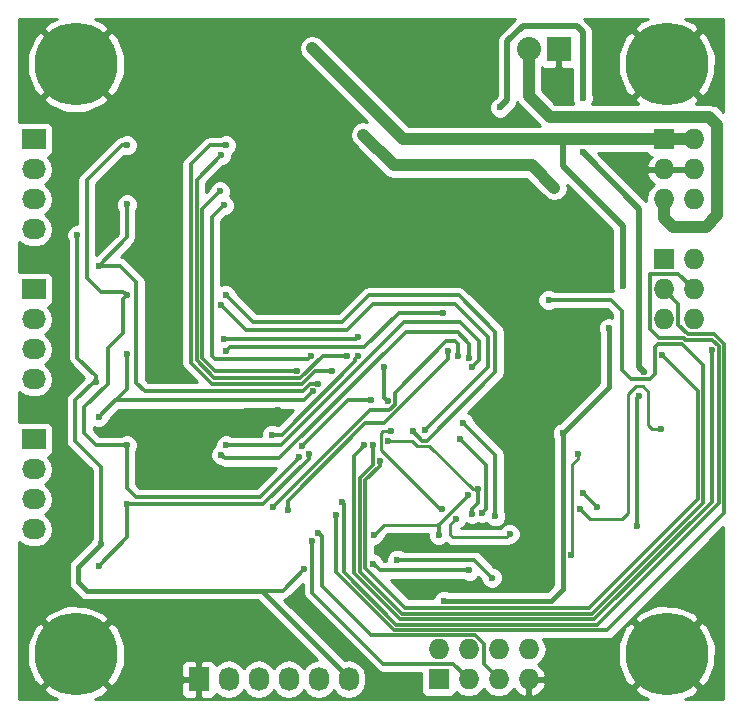
<source format=gbl>
G04 #@! TF.FileFunction,Copper,L2,Bot,Signal*
%FSLAX46Y46*%
G04 Gerber Fmt 4.6, Leading zero omitted, Abs format (unit mm)*
G04 Created by KiCad (PCBNEW (2015-05-11 BZR 5650)-product) date sön 19 jul 2015 04:52:52*
%MOMM*%
G01*
G04 APERTURE LIST*
%ADD10C,0.200000*%
%ADD11R,1.727200X2.032000*%
%ADD12O,1.727200X2.032000*%
%ADD13R,2.032000X2.032000*%
%ADD14O,2.032000X2.032000*%
%ADD15R,2.032000X1.727200*%
%ADD16O,2.032000X1.727200*%
%ADD17R,1.727200X1.727200*%
%ADD18O,1.727200X1.727200*%
%ADD19C,7.000000*%
%ADD20C,0.600000*%
%ADD21C,1.000000*%
%ADD22C,0.300000*%
%ADD23C,0.500000*%
%ADD24C,0.400000*%
%ADD25C,0.250000*%
%ADD26C,0.254000*%
G04 APERTURE END LIST*
D10*
D11*
X102870000Y-134620000D03*
D12*
X105410000Y-134620000D03*
X107950000Y-134620000D03*
X110490000Y-134620000D03*
X113030000Y-134620000D03*
X115570000Y-134620000D03*
D13*
X133350000Y-81280000D03*
D14*
X130810000Y-81280000D03*
D15*
X88900000Y-88900000D03*
D16*
X88900000Y-91440000D03*
X88900000Y-93980000D03*
X88900000Y-96520000D03*
D15*
X88900000Y-101600000D03*
D16*
X88900000Y-104140000D03*
X88900000Y-106680000D03*
X88900000Y-109220000D03*
D15*
X88900000Y-114300000D03*
D16*
X88900000Y-116840000D03*
X88900000Y-119380000D03*
X88900000Y-121920000D03*
D17*
X142240000Y-99060000D03*
D18*
X144780000Y-99060000D03*
X142240000Y-101600000D03*
X144780000Y-101600000D03*
X142240000Y-104140000D03*
X144780000Y-104140000D03*
D17*
X142240000Y-88900000D03*
D18*
X144780000Y-88900000D03*
X142240000Y-91440000D03*
X144780000Y-91440000D03*
X142240000Y-93980000D03*
X144780000Y-93980000D03*
D17*
X123190000Y-134620000D03*
D18*
X123190000Y-132080000D03*
X125730000Y-134620000D03*
X125730000Y-132080000D03*
X128270000Y-134620000D03*
X128270000Y-132080000D03*
X130810000Y-134620000D03*
X130810000Y-132080000D03*
D19*
X92500000Y-82500000D03*
X142500000Y-82500000D03*
X142500000Y-132500000D03*
X92500000Y-132500000D03*
D20*
X101200000Y-118000000D03*
X100400000Y-118000000D03*
X100000000Y-117200000D03*
X100800000Y-117200000D03*
X101600000Y-117200000D03*
X101600000Y-116200000D03*
X100800000Y-116200000D03*
X100000000Y-116200000D03*
X100600000Y-104600000D03*
X100600000Y-105600000D03*
X100600000Y-103800000D03*
X99800000Y-106000000D03*
X99800000Y-105200000D03*
X99800000Y-104200000D03*
X99800000Y-103400000D03*
X100600000Y-92800000D03*
X100600000Y-92000000D03*
X100600000Y-91200000D03*
X99800000Y-92400000D03*
X99800000Y-91600000D03*
X99800000Y-90800000D03*
X99800000Y-93200000D03*
X106400000Y-112200000D03*
X109600000Y-111800000D03*
X138800000Y-101300000D03*
X123645734Y-127949970D03*
X111800000Y-125300000D03*
X137600000Y-104900000D03*
X133700000Y-113800000D03*
X112500000Y-81200000D03*
X92600000Y-97000000D03*
X94200000Y-109400000D03*
X94600000Y-123200000D03*
X113017338Y-109574696D03*
X94400000Y-99600000D03*
X96800000Y-94400000D03*
X112593399Y-110193399D03*
X94400000Y-112400000D03*
X96800000Y-107100000D03*
X112200000Y-115499979D03*
X94400000Y-125000000D03*
X96800000Y-119800000D03*
X110410086Y-120258642D03*
X124000000Y-106800000D03*
X126000000Y-108200000D03*
X105200000Y-114800000D03*
X125800000Y-107400000D03*
X104800000Y-115600000D03*
X115400000Y-107200000D03*
X104800000Y-90200000D03*
X112400000Y-107200000D03*
X105016865Y-94492550D03*
X114154648Y-108491254D03*
X105200000Y-89400000D03*
X111200020Y-108489926D03*
X104694331Y-93293523D03*
X111400020Y-115829856D03*
X96800000Y-114800000D03*
X96800000Y-102100000D03*
X96800000Y-89400000D03*
X121000020Y-113600000D03*
X105200000Y-102100000D03*
X122081757Y-113518242D03*
X104800000Y-102900000D03*
X124800000Y-107200000D03*
X109200000Y-120000000D03*
X123600000Y-103600000D03*
X105200000Y-106800000D03*
X118868326Y-111063320D03*
X118600000Y-108200000D03*
X116400000Y-105600000D03*
X105000000Y-105800000D03*
X134400000Y-124100000D03*
X135000000Y-115500000D03*
X140600000Y-108599980D03*
X135400000Y-90000000D03*
X135400000Y-85400000D03*
X128400000Y-86200000D03*
X140200000Y-110600000D03*
X140000000Y-121600000D03*
X142000000Y-113400000D03*
X135200000Y-120200000D03*
X117700000Y-122400000D03*
X123199980Y-122400000D03*
X125700000Y-119000000D03*
X124700000Y-121000000D03*
X129200000Y-122300000D03*
X123500000Y-120200000D03*
X119200000Y-113600000D03*
X126000000Y-120600000D03*
X118900000Y-114400000D03*
X126500000Y-118500000D03*
X135400000Y-118800000D03*
X136600000Y-120000000D03*
X116800000Y-88500000D03*
X133000000Y-93000000D03*
X125300000Y-112900000D03*
X128000000Y-120800000D03*
X114500000Y-120700000D03*
X114999980Y-119600000D03*
X116900000Y-114799994D03*
X146300000Y-106700000D03*
X118200021Y-116100000D03*
X142100020Y-107171616D03*
X125000000Y-114300000D03*
X126900000Y-120500000D03*
X112483153Y-122920564D03*
X117650030Y-124829864D03*
X125800000Y-125400000D03*
X111600000Y-114900000D03*
X117500000Y-111000000D03*
X113000000Y-122200000D03*
X127700000Y-126000000D03*
X119700000Y-124500000D03*
X109100000Y-113900000D03*
X116400000Y-107200000D03*
X117650013Y-114800000D03*
X132500000Y-102500000D03*
D21*
X132600000Y-87000000D02*
X130810000Y-85210000D01*
X130810000Y-85210000D02*
X130810000Y-81280000D01*
X146100000Y-87000000D02*
X132600000Y-87000000D01*
X146800000Y-87700000D02*
X146100000Y-87000000D01*
X146800000Y-95300000D02*
X146800000Y-87700000D01*
X145800000Y-96300000D02*
X146800000Y-95300000D01*
X143000000Y-96300000D02*
X145800000Y-96300000D01*
X142240000Y-95540000D02*
X143000000Y-96300000D01*
X142240000Y-93980000D02*
X142240000Y-95540000D01*
D22*
X100800000Y-117200000D02*
X100800000Y-117600000D01*
X100800000Y-117600000D02*
X101200000Y-118000000D01*
X100000000Y-117200000D02*
X100000000Y-117600000D01*
X100000000Y-117600000D02*
X100400000Y-118000000D01*
X100000000Y-116200000D02*
X100000000Y-117200000D01*
X100800000Y-116200000D02*
X100800000Y-117200000D01*
X101600000Y-116200000D02*
X101600000Y-117200000D01*
X100800000Y-116200000D02*
X101600000Y-116200000D01*
X100000000Y-116200000D02*
X100800000Y-116200000D01*
X100600000Y-117000000D02*
X100600000Y-116800000D01*
X100600000Y-116800000D02*
X100000000Y-116200000D01*
X100600000Y-103800000D02*
X100600000Y-104600000D01*
X99800000Y-105200000D02*
X100200000Y-105200000D01*
X100200000Y-105200000D02*
X100600000Y-105600000D01*
X99800000Y-103400000D02*
X100200000Y-103400000D01*
X100200000Y-103400000D02*
X100600000Y-103800000D01*
X99800000Y-105200000D02*
X99800000Y-106000000D01*
X99800000Y-104200000D02*
X99800000Y-105200000D01*
X99800000Y-103400000D02*
X99800000Y-104200000D01*
X100800000Y-104600000D02*
X100800000Y-104400000D01*
X100800000Y-104400000D02*
X99800000Y-103400000D01*
X100600000Y-92000000D02*
X100600000Y-92800000D01*
X100600000Y-91200000D02*
X100600000Y-92000000D01*
X99800000Y-90800000D02*
X100200000Y-90800000D01*
X100200000Y-90800000D02*
X100600000Y-91200000D01*
X99800000Y-93200000D02*
X99800000Y-92400000D01*
X99800000Y-90800000D02*
X99800000Y-91600000D01*
X99800000Y-90800000D02*
X99800000Y-93200000D01*
X109175736Y-111800000D02*
X106800000Y-111800000D01*
X106800000Y-111800000D02*
X106400000Y-112200000D01*
X109600000Y-111800000D02*
X109175736Y-111800000D01*
D23*
X138800000Y-100875736D02*
X138800000Y-101300000D01*
X138800000Y-96200000D02*
X138800000Y-100875736D01*
X133732065Y-91132065D02*
X138800000Y-96200000D01*
X133732065Y-88900000D02*
X133732065Y-91132065D01*
D24*
X133700000Y-113800000D02*
X133700000Y-126943490D01*
X124069998Y-127949970D02*
X123645734Y-127949970D01*
X133700000Y-126943490D02*
X132693520Y-127949970D01*
X132693520Y-127949970D02*
X124069998Y-127949970D01*
D22*
X111800000Y-125300000D02*
X110000000Y-127100000D01*
X110000000Y-127100000D02*
X108202400Y-127100000D01*
D24*
X92700000Y-126400000D02*
X92700000Y-125100000D01*
X92700000Y-125100000D02*
X94600000Y-123200000D01*
X93400000Y-127100000D02*
X92700000Y-126400000D01*
X108202400Y-127100000D02*
X93400000Y-127100000D01*
X115570000Y-134620000D02*
X115570000Y-134467600D01*
X115570000Y-134467600D02*
X108202400Y-127100000D01*
X133700000Y-113800000D02*
X137600000Y-109900000D01*
X137600000Y-109900000D02*
X137600000Y-104900000D01*
D21*
X133732065Y-88900000D02*
X142240000Y-88900000D01*
X120200000Y-88900000D02*
X133732065Y-88900000D01*
X142240000Y-88900000D02*
X144780000Y-88900000D01*
X112500000Y-81200000D02*
X120200000Y-88900000D01*
D22*
X92600000Y-107375736D02*
X92600000Y-97000000D01*
X94200000Y-109400000D02*
X94200000Y-108975736D01*
X94200000Y-108975736D02*
X92600000Y-107375736D01*
X92400000Y-111000000D02*
X94000000Y-109400000D01*
X94000000Y-109400000D02*
X94200000Y-109400000D01*
X92400000Y-114400000D02*
X92400000Y-111000000D01*
X94600000Y-116600000D02*
X92400000Y-114400000D01*
X94600000Y-123200000D02*
X94600000Y-116600000D01*
D23*
X88929999Y-93950001D02*
X88900000Y-93980000D01*
X88929999Y-106650001D02*
X88900000Y-106680000D01*
X88929999Y-119350001D02*
X88900000Y-119380000D01*
D22*
X113017338Y-109574696D02*
X112324100Y-109574696D01*
X112324100Y-109574696D02*
X111698796Y-110200000D01*
X96200000Y-99600000D02*
X94400000Y-99600000D01*
X111698796Y-110200000D02*
X98300000Y-110200000D01*
X98300000Y-110200000D02*
X97600000Y-109500000D01*
X97600000Y-109500000D02*
X97600000Y-101000000D01*
X97600000Y-101000000D02*
X96200000Y-99600000D01*
X94400000Y-99600000D02*
X96800000Y-97200000D01*
X96800000Y-97200000D02*
X96800000Y-94400000D01*
X94400000Y-112400000D02*
X95800000Y-111000000D01*
X111786798Y-111000000D02*
X112293400Y-110493398D01*
X95800000Y-111000000D02*
X111786798Y-111000000D01*
X112293400Y-110493398D02*
X112593399Y-110193399D01*
X94400000Y-112400000D02*
X96800000Y-110000000D01*
X96800000Y-110000000D02*
X96800000Y-107100000D01*
X108324243Y-119800000D02*
X112200000Y-115924243D01*
X112200000Y-115924243D02*
X112200000Y-115499979D01*
X96800000Y-119800000D02*
X108324243Y-119800000D01*
X94400000Y-125000000D02*
X96800000Y-122600000D01*
X96800000Y-122600000D02*
X96800000Y-119800000D01*
X110410086Y-119834378D02*
X110410086Y-120258642D01*
X118573700Y-112950712D02*
X116949288Y-112950712D01*
X116949288Y-112950712D02*
X110410086Y-119489914D01*
X124000000Y-107524412D02*
X118573700Y-112950712D01*
X124000000Y-106800000D02*
X124000000Y-107524412D01*
X110410086Y-119489914D02*
X110410086Y-119834378D01*
X120288002Y-104400000D02*
X125000000Y-104400000D01*
X105200000Y-114800000D02*
X109888002Y-114800000D01*
X126600000Y-106000000D02*
X126600000Y-107600000D01*
X126600000Y-107600000D02*
X126299999Y-107900001D01*
X126299999Y-107900001D02*
X126000000Y-108200000D01*
X109888002Y-114800000D02*
X120288002Y-104400000D01*
X125000000Y-104400000D02*
X126600000Y-106000000D01*
X104800000Y-115600000D02*
X105099999Y-115899999D01*
X105099999Y-115899999D02*
X109700001Y-115899999D01*
X124800000Y-105200000D02*
X125800000Y-106200000D01*
X125800000Y-106200000D02*
X125800000Y-107400000D01*
X109700001Y-115899999D02*
X120400000Y-105200000D01*
X120400000Y-105200000D02*
X124800000Y-105200000D01*
X104800000Y-90200000D02*
X102700000Y-92300000D01*
X102700000Y-92300000D02*
X102700000Y-107600000D01*
X102700000Y-107600000D02*
X104189927Y-109089927D01*
X104189927Y-109089927D02*
X111488021Y-109089927D01*
X111488021Y-109089927D02*
X113377948Y-107200000D01*
X113377948Y-107200000D02*
X114975736Y-107200000D01*
X114975736Y-107200000D02*
X115400000Y-107200000D01*
X112100001Y-107499999D02*
X112400000Y-107200000D01*
X104000000Y-107200000D02*
X104299999Y-107499999D01*
X104000000Y-95509415D02*
X104000000Y-107200000D01*
X104299999Y-107499999D02*
X112100001Y-107499999D01*
X105016865Y-94492550D02*
X104000000Y-95509415D01*
X114154648Y-108491254D02*
X112723104Y-108491254D01*
X112723104Y-108491254D02*
X111614358Y-109600000D01*
X111614358Y-109600000D02*
X104000000Y-109600000D01*
X104000000Y-109600000D02*
X102200000Y-107800000D01*
X102200000Y-107800000D02*
X102200000Y-91000000D01*
X102200000Y-91000000D02*
X103800000Y-89400000D01*
X103800000Y-89400000D02*
X105200000Y-89400000D01*
X103200000Y-107400000D02*
X104289926Y-108489926D01*
X104289926Y-108489926D02*
X110775756Y-108489926D01*
X103200000Y-94787854D02*
X103200000Y-107400000D01*
X104694331Y-93293523D02*
X103200000Y-94787854D01*
X110775756Y-108489926D02*
X111200020Y-108489926D01*
X96800000Y-114800000D02*
X96800000Y-118400000D01*
X96800000Y-118400000D02*
X97600000Y-119200000D01*
X97600000Y-119200000D02*
X108029876Y-119200000D01*
X108029876Y-119200000D02*
X111100021Y-116129855D01*
X111100021Y-116129855D02*
X111400020Y-115829856D01*
X94600000Y-101800000D02*
X96500001Y-101800001D01*
X96500001Y-101800001D02*
X96800000Y-102100000D01*
X93400000Y-100600000D02*
X94600000Y-101800000D01*
X93400000Y-92375736D02*
X93400000Y-100600000D01*
X96800000Y-89400000D02*
X96375736Y-89400000D01*
X96375736Y-89400000D02*
X93400000Y-92375736D01*
X96800000Y-102100000D02*
X96500001Y-102399999D01*
X96500001Y-102399999D02*
X96500001Y-105299999D01*
X96500001Y-105299999D02*
X95200000Y-106600000D01*
X94200000Y-114800000D02*
X96800000Y-114800000D01*
X95200000Y-106600000D02*
X95200000Y-109600000D01*
X93200000Y-111600000D02*
X93200000Y-113800000D01*
X95200000Y-109600000D02*
X93200000Y-111600000D01*
X93200000Y-113800000D02*
X94200000Y-114800000D01*
X121000020Y-113600000D02*
X121800020Y-114400000D01*
X121800020Y-114400000D02*
X122200000Y-114400000D01*
X128000000Y-108600000D02*
X128000000Y-105200000D01*
X128000000Y-105200000D02*
X124900000Y-102100000D01*
X122200000Y-114400000D02*
X128000000Y-108600000D01*
X124900000Y-102100000D02*
X117285643Y-102100000D01*
X117285643Y-102114357D02*
X115000000Y-104400000D01*
X117285643Y-102100000D02*
X117285643Y-102114357D01*
X115000000Y-104400000D02*
X107500000Y-104400000D01*
X107500000Y-104400000D02*
X105200000Y-102100000D01*
X122081757Y-113518242D02*
X127400000Y-108199999D01*
X127400000Y-108199999D02*
X127400000Y-105600000D01*
X115400000Y-105000000D02*
X106900000Y-105000000D01*
X127400000Y-105600000D02*
X124600000Y-102800000D01*
X124600000Y-102800000D02*
X117600000Y-102800000D01*
X117600000Y-102800000D02*
X115400000Y-105000000D01*
X106900000Y-105000000D02*
X104800000Y-102900000D01*
X124800000Y-106775736D02*
X124800000Y-107200000D01*
X124800000Y-106200000D02*
X124800000Y-106775736D01*
X123800000Y-106000000D02*
X124600000Y-106000000D01*
X119468327Y-110331673D02*
X123800000Y-106000000D01*
X119468327Y-111351321D02*
X119468327Y-110331673D01*
X119019647Y-111800001D02*
X119468327Y-111351321D01*
X124600000Y-106000000D02*
X124800000Y-106200000D01*
X117399999Y-111800001D02*
X119019647Y-111800001D01*
X109200000Y-120000000D02*
X117399999Y-111800001D01*
X116899999Y-106500001D02*
X119800000Y-103600000D01*
X119800000Y-103600000D02*
X123600000Y-103600000D01*
X105200000Y-106800000D02*
X105499999Y-106500001D01*
X105499999Y-106500001D02*
X116899999Y-106500001D01*
X118600000Y-110794994D02*
X118868326Y-111063320D01*
X118600000Y-108200000D02*
X118600000Y-110794994D01*
X105000000Y-105800000D02*
X116200000Y-105800000D01*
X116200000Y-105800000D02*
X116400000Y-105600000D01*
D25*
X134500000Y-116424264D02*
X134500000Y-124000000D01*
X134500000Y-124000000D02*
X134400000Y-124100000D01*
X135000000Y-115500000D02*
X135000000Y-115924264D01*
X135000000Y-115924264D02*
X134500000Y-116424264D01*
D23*
X140200000Y-108199980D02*
X140300001Y-108299981D01*
X140300001Y-108299981D02*
X140600000Y-108599980D01*
X140200000Y-94800000D02*
X140200000Y-108199980D01*
X135400000Y-90000000D02*
X140200000Y-94800000D01*
X134900000Y-79300000D02*
X135400000Y-79800000D01*
X135400000Y-79800000D02*
X135400000Y-85400000D01*
X130300000Y-79300000D02*
X134900000Y-79300000D01*
X129000000Y-80600000D02*
X130300000Y-79300000D01*
X129000000Y-85600000D02*
X129000000Y-80600000D01*
X128400000Y-86200000D02*
X129000000Y-85600000D01*
D22*
X140000000Y-121600000D02*
X140000000Y-110800000D01*
X140000000Y-110800000D02*
X140200000Y-110600000D01*
D25*
X140500000Y-109800000D02*
X140953000Y-110253000D01*
X141300000Y-113400000D02*
X140953000Y-113053000D01*
X140953000Y-113053000D02*
X140953000Y-110253000D01*
X142000000Y-113400000D02*
X141300000Y-113400000D01*
X135200000Y-120200000D02*
X136000000Y-121000000D01*
X136000000Y-121000000D02*
X138700000Y-121000000D01*
X138700000Y-121000000D02*
X139200000Y-120500000D01*
X139200000Y-120500000D02*
X139200000Y-110500000D01*
X139200000Y-110500000D02*
X139900000Y-109800000D01*
X139900000Y-109800000D02*
X140500000Y-109800000D01*
X117999999Y-122100001D02*
X117700000Y-122400000D01*
X118569425Y-121530575D02*
X117999999Y-122100001D01*
X123169425Y-121530575D02*
X118569425Y-121530575D01*
D22*
X123199980Y-121975736D02*
X123199980Y-122400000D01*
X123169425Y-121530575D02*
X123199980Y-121561130D01*
X123199980Y-121561130D02*
X123199980Y-121975736D01*
D25*
X125700000Y-119000000D02*
X123169425Y-121530575D01*
X124200000Y-122400000D02*
X124200000Y-121500000D01*
X124200000Y-121500000D02*
X124700000Y-121000000D01*
X124400000Y-122600000D02*
X124200000Y-122400000D01*
X128900000Y-122600000D02*
X124400000Y-122600000D01*
X129200000Y-122300000D02*
X128900000Y-122600000D01*
X118301992Y-115201992D02*
X123300000Y-120200000D01*
X123300000Y-120200000D02*
X123500000Y-120200000D01*
X118301992Y-113798008D02*
X118500000Y-113600000D01*
X118301992Y-113798008D02*
X118301992Y-115201992D01*
X118500000Y-113600000D02*
X119200000Y-113600000D01*
D22*
X126000000Y-120600000D02*
X126000000Y-120175736D01*
X126000000Y-120175736D02*
X126500000Y-119675736D01*
X126500000Y-119675736D02*
X126500000Y-118924264D01*
X126500000Y-118924264D02*
X126500000Y-118500000D01*
D25*
X126500000Y-118500000D02*
X126075736Y-118500000D01*
X126075736Y-118500000D02*
X122400746Y-114825010D01*
X120900000Y-114400000D02*
X118900000Y-114400000D01*
X122400746Y-114825010D02*
X121325010Y-114825010D01*
X121325010Y-114825010D02*
X120900000Y-114400000D01*
X136600000Y-120000000D02*
X135400000Y-118800000D01*
D21*
X131100000Y-91100000D02*
X119400000Y-91100000D01*
X119400000Y-91100000D02*
X116800000Y-88500000D01*
X133000000Y-93000000D02*
X131100000Y-91100000D01*
D22*
X128000000Y-120800000D02*
X128000000Y-115600000D01*
X128000000Y-115600000D02*
X125300000Y-112900000D01*
X143500000Y-102860000D02*
X143103599Y-102463599D01*
X143500000Y-104627180D02*
X143500000Y-102860000D01*
X143103599Y-102463599D02*
X142240000Y-101600000D01*
X144272800Y-105399980D02*
X143500000Y-104627180D01*
X114500000Y-120700000D02*
X114500000Y-125509230D01*
X146524392Y-105399980D02*
X144272800Y-105399980D01*
X114500000Y-125509230D02*
X119440800Y-130450030D01*
X147350011Y-106225599D02*
X146524392Y-105399980D01*
X147350011Y-120549989D02*
X147350011Y-106225599D01*
X137449970Y-130450030D02*
X147350011Y-120549989D01*
X119440800Y-130450030D02*
X137449970Y-130450030D01*
X141060000Y-100300000D02*
X141060000Y-104996390D01*
X136572800Y-130000020D02*
X119627200Y-130000020D01*
X119627200Y-130000020D02*
X115149991Y-125522811D01*
X146900001Y-119672819D02*
X136572800Y-130000020D01*
X143986400Y-105749990D02*
X144086400Y-105849990D01*
X141060000Y-104996390D02*
X141813600Y-105749990D01*
X143480000Y-100300000D02*
X141060000Y-100300000D01*
X144086400Y-105849990D02*
X146337992Y-105849990D01*
X115149991Y-119750011D02*
X114999980Y-119600000D01*
X115149991Y-125522811D02*
X115149991Y-119750011D01*
X144780000Y-101600000D02*
X143480000Y-100300000D01*
X146337992Y-105849990D02*
X146900001Y-106411999D01*
X141813600Y-105749990D02*
X143986400Y-105749990D01*
X146900001Y-106411999D02*
X146900001Y-119672819D01*
X116000001Y-125636411D02*
X116000001Y-115699993D01*
X119913600Y-129550010D02*
X116000001Y-125636411D01*
X146300000Y-106700000D02*
X146300000Y-119636410D01*
X146300000Y-119636410D02*
X136386401Y-129550009D01*
X116000001Y-115699993D02*
X116600001Y-115099993D01*
X116600001Y-115099993D02*
X116900000Y-114799994D01*
X136386401Y-129550009D02*
X119913600Y-129550010D01*
X117000000Y-117724412D02*
X118200021Y-116524391D01*
X135913600Y-128549990D02*
X120386400Y-128549990D01*
X145149990Y-110221586D02*
X145149990Y-119313600D01*
X118200021Y-116524264D02*
X118200021Y-116100000D01*
X118200021Y-116524391D02*
X118200021Y-116524264D01*
X145149990Y-119313600D02*
X135913600Y-128549990D01*
X142100020Y-107171616D02*
X145149990Y-110221586D01*
X120386400Y-128549990D02*
X117000000Y-125163590D01*
X117000000Y-125163590D02*
X117000000Y-117724412D01*
X126900000Y-120500000D02*
X127199999Y-120200001D01*
X127199999Y-120200001D02*
X127199999Y-116499999D01*
X127199999Y-116499999D02*
X125000000Y-114300000D01*
X112483153Y-123344828D02*
X112483153Y-122920564D01*
X125730000Y-134620000D02*
X124410000Y-133300000D01*
X112483153Y-127283153D02*
X112483153Y-123344828D01*
X124410000Y-133300000D02*
X118500000Y-133300000D01*
X118500000Y-133300000D02*
X112483153Y-127283153D01*
X125800000Y-125400000D02*
X118220166Y-125400000D01*
X117950029Y-125129863D02*
X117650030Y-124829864D01*
X118220166Y-125400000D02*
X117950029Y-125129863D01*
X117500000Y-111000000D02*
X115500000Y-111000000D01*
X115500000Y-111000000D02*
X111600000Y-114900000D01*
X113299999Y-122499999D02*
X113000000Y-122200000D01*
X113299999Y-126699999D02*
X113299999Y-122499999D01*
X126272171Y-130900040D02*
X117500040Y-130900040D01*
X127000000Y-131627870D02*
X126272171Y-130900040D01*
X127000000Y-133350000D02*
X127000000Y-131627870D01*
X117500040Y-130900040D02*
X113299999Y-126699999D01*
X128270000Y-134620000D02*
X127000000Y-133350000D01*
X127400001Y-125700001D02*
X127700000Y-126000000D01*
X126200000Y-124500000D02*
X127400001Y-125700001D01*
X119700000Y-124500000D02*
X126200000Y-124500000D01*
X116100001Y-107699999D02*
X109900000Y-113900000D01*
X109900000Y-113900000D02*
X109100000Y-113900000D01*
X116400000Y-107200000D02*
X116100001Y-107499999D01*
X116100001Y-107499999D02*
X116100001Y-107699999D01*
X136200000Y-129100000D02*
X120100000Y-129100000D01*
X145600000Y-119700000D02*
X136200000Y-129100000D01*
X117600001Y-116488001D02*
X117600001Y-115274276D01*
X138700000Y-103400000D02*
X138700000Y-108400000D01*
X117650013Y-115224264D02*
X117650013Y-114800000D01*
X141100000Y-109200000D02*
X141500000Y-108800000D01*
X116549990Y-125549990D02*
X116549990Y-117538012D01*
X138700000Y-108400000D02*
X139500000Y-109200000D01*
X120100000Y-129100000D02*
X116549990Y-125549990D01*
X132500000Y-102500000D02*
X137800000Y-102500000D01*
X141800000Y-106200000D02*
X143800000Y-106200000D01*
X145600000Y-108000000D02*
X145600000Y-119700000D01*
X143800000Y-106200000D02*
X145600000Y-108000000D01*
X141500000Y-108800000D02*
X141500000Y-106500000D01*
X139500000Y-109200000D02*
X141100000Y-109200000D01*
X137800000Y-102500000D02*
X138700000Y-103400000D01*
X117600001Y-115274276D02*
X117650013Y-115224264D01*
X141500000Y-106500000D02*
X141800000Y-106200000D01*
X116549990Y-117538012D02*
X117600001Y-116488001D01*
D26*
G36*
X110904842Y-111785000D02*
X109596203Y-113093638D01*
X109286799Y-112965162D01*
X108914833Y-112964838D01*
X108571057Y-113106883D01*
X108307808Y-113369673D01*
X108165162Y-113713201D01*
X108164899Y-114015000D01*
X105737506Y-114015000D01*
X105730327Y-114007808D01*
X105386799Y-113865162D01*
X105014833Y-113864838D01*
X104671057Y-114006883D01*
X104407808Y-114269673D01*
X104265162Y-114613201D01*
X104264988Y-114812941D01*
X104007808Y-115069673D01*
X103865162Y-115413201D01*
X103864838Y-115785167D01*
X104006883Y-116128943D01*
X104269673Y-116392192D01*
X104613201Y-116534838D01*
X104664356Y-116534882D01*
X104799593Y-116625244D01*
X105099999Y-116684999D01*
X109434719Y-116684999D01*
X107704718Y-118415000D01*
X97925158Y-118415000D01*
X97585000Y-118074842D01*
X97585000Y-115337506D01*
X97592192Y-115330327D01*
X97734838Y-114986799D01*
X97735162Y-114614833D01*
X97593117Y-114271057D01*
X97330327Y-114007808D01*
X96986799Y-113865162D01*
X96614833Y-113864838D01*
X96271057Y-114006883D01*
X96262925Y-114015000D01*
X94525158Y-114015000D01*
X93985000Y-113474842D01*
X93985000Y-113240080D01*
X94213201Y-113334838D01*
X94585167Y-113335162D01*
X94928943Y-113193117D01*
X95192192Y-112930327D01*
X95334838Y-112586799D01*
X95334848Y-112575309D01*
X96125158Y-111785000D01*
X110904842Y-111785000D01*
X110904842Y-111785000D01*
G37*
X110904842Y-111785000D02*
X109596203Y-113093638D01*
X109286799Y-112965162D01*
X108914833Y-112964838D01*
X108571057Y-113106883D01*
X108307808Y-113369673D01*
X108165162Y-113713201D01*
X108164899Y-114015000D01*
X105737506Y-114015000D01*
X105730327Y-114007808D01*
X105386799Y-113865162D01*
X105014833Y-113864838D01*
X104671057Y-114006883D01*
X104407808Y-114269673D01*
X104265162Y-114613201D01*
X104264988Y-114812941D01*
X104007808Y-115069673D01*
X103865162Y-115413201D01*
X103864838Y-115785167D01*
X104006883Y-116128943D01*
X104269673Y-116392192D01*
X104613201Y-116534838D01*
X104664356Y-116534882D01*
X104799593Y-116625244D01*
X105099999Y-116684999D01*
X109434719Y-116684999D01*
X107704718Y-118415000D01*
X97925158Y-118415000D01*
X97585000Y-118074842D01*
X97585000Y-115337506D01*
X97592192Y-115330327D01*
X97734838Y-114986799D01*
X97735162Y-114614833D01*
X97593117Y-114271057D01*
X97330327Y-114007808D01*
X96986799Y-113865162D01*
X96614833Y-113864838D01*
X96271057Y-114006883D01*
X96262925Y-114015000D01*
X94525158Y-114015000D01*
X93985000Y-113474842D01*
X93985000Y-113240080D01*
X94213201Y-113334838D01*
X94585167Y-113335162D01*
X94928943Y-113193117D01*
X95192192Y-112930327D01*
X95334838Y-112586799D01*
X95334848Y-112575309D01*
X96125158Y-111785000D01*
X110904842Y-111785000D01*
G36*
X134580462Y-85865000D02*
X133070132Y-85865000D01*
X131945000Y-84739868D01*
X131945000Y-82805025D01*
X131974302Y-82834327D01*
X132207691Y-82931000D01*
X133064250Y-82931000D01*
X133223000Y-82772250D01*
X133223000Y-81407000D01*
X133203000Y-81407000D01*
X133203000Y-81153000D01*
X133223000Y-81153000D01*
X133223000Y-81133000D01*
X133477000Y-81133000D01*
X133477000Y-81153000D01*
X133497000Y-81153000D01*
X133497000Y-81407000D01*
X133477000Y-81407000D01*
X133477000Y-82772250D01*
X133635750Y-82931000D01*
X134492309Y-82931000D01*
X134515000Y-82921601D01*
X134515000Y-85093178D01*
X134465162Y-85213201D01*
X134464838Y-85585167D01*
X134580462Y-85865000D01*
X134580462Y-85865000D01*
G37*
X134580462Y-85865000D02*
X133070132Y-85865000D01*
X131945000Y-84739868D01*
X131945000Y-82805025D01*
X131974302Y-82834327D01*
X132207691Y-82931000D01*
X133064250Y-82931000D01*
X133223000Y-82772250D01*
X133223000Y-81407000D01*
X133203000Y-81407000D01*
X133203000Y-81153000D01*
X133223000Y-81153000D01*
X133223000Y-81133000D01*
X133477000Y-81133000D01*
X133477000Y-81153000D01*
X133497000Y-81153000D01*
X133497000Y-81407000D01*
X133477000Y-81407000D01*
X133477000Y-82772250D01*
X133635750Y-82931000D01*
X134492309Y-82931000D01*
X134515000Y-82921601D01*
X134515000Y-85093178D01*
X134465162Y-85213201D01*
X134464838Y-85585167D01*
X134580462Y-85865000D01*
G36*
X144927000Y-91567000D02*
X144907000Y-91567000D01*
X144907000Y-91587000D01*
X144653000Y-91587000D01*
X144653000Y-91567000D01*
X143574469Y-91567000D01*
X143445531Y-91567000D01*
X142367000Y-91567000D01*
X142367000Y-91587000D01*
X142113000Y-91587000D01*
X142113000Y-91567000D01*
X140905531Y-91567000D01*
X140785032Y-91799027D01*
X141033179Y-92328490D01*
X141451160Y-92710007D01*
X141180330Y-92890971D01*
X140855474Y-93377152D01*
X140741400Y-93950641D01*
X140741400Y-94009359D01*
X140761378Y-94109799D01*
X136686579Y-90035000D01*
X140795168Y-90035000D01*
X140915727Y-90218527D01*
X141126760Y-90360977D01*
X141221178Y-90379911D01*
X141033179Y-90551510D01*
X140785032Y-91080973D01*
X140905531Y-91313000D01*
X142113000Y-91313000D01*
X142113000Y-91293000D01*
X142367000Y-91293000D01*
X142367000Y-91313000D01*
X143445531Y-91313000D01*
X143574469Y-91313000D01*
X144653000Y-91313000D01*
X144653000Y-91293000D01*
X144907000Y-91293000D01*
X144907000Y-91313000D01*
X144927000Y-91313000D01*
X144927000Y-91567000D01*
X144927000Y-91567000D01*
G37*
X144927000Y-91567000D02*
X144907000Y-91567000D01*
X144907000Y-91587000D01*
X144653000Y-91587000D01*
X144653000Y-91567000D01*
X143574469Y-91567000D01*
X143445531Y-91567000D01*
X142367000Y-91567000D01*
X142367000Y-91587000D01*
X142113000Y-91587000D01*
X142113000Y-91567000D01*
X140905531Y-91567000D01*
X140785032Y-91799027D01*
X141033179Y-92328490D01*
X141451160Y-92710007D01*
X141180330Y-92890971D01*
X140855474Y-93377152D01*
X140741400Y-93950641D01*
X140741400Y-94009359D01*
X140761378Y-94109799D01*
X136686579Y-90035000D01*
X140795168Y-90035000D01*
X140915727Y-90218527D01*
X141126760Y-90360977D01*
X141221178Y-90379911D01*
X141033179Y-90551510D01*
X140785032Y-91080973D01*
X140905531Y-91313000D01*
X142113000Y-91313000D01*
X142113000Y-91293000D01*
X142367000Y-91293000D01*
X142367000Y-91313000D01*
X143445531Y-91313000D01*
X143574469Y-91313000D01*
X144653000Y-91313000D01*
X144653000Y-91293000D01*
X144907000Y-91293000D01*
X144907000Y-91313000D01*
X144927000Y-91313000D01*
X144927000Y-91567000D01*
G36*
X147315000Y-86609867D02*
X146902566Y-86197434D01*
X146642346Y-86023560D01*
X146642346Y-81715334D01*
X146026750Y-80189855D01*
X145983924Y-80125762D01*
X145457312Y-79722293D01*
X142679605Y-82500000D01*
X145457312Y-85277707D01*
X145983924Y-84874238D01*
X146627307Y-83360270D01*
X146642346Y-81715334D01*
X146642346Y-86023560D01*
X146534346Y-85951397D01*
X146100000Y-85865000D01*
X144965352Y-85865000D01*
X145277707Y-85457312D01*
X142500000Y-82679605D01*
X142320395Y-82859210D01*
X142320395Y-82500000D01*
X139542688Y-79722293D01*
X139016076Y-80125762D01*
X138372693Y-81639730D01*
X138357654Y-83284666D01*
X138973250Y-84810145D01*
X139016076Y-84874238D01*
X139542688Y-85277707D01*
X142320395Y-82500000D01*
X142320395Y-82859210D01*
X139722293Y-85457312D01*
X140034647Y-85865000D01*
X136219318Y-85865000D01*
X136334838Y-85586799D01*
X136335162Y-85214833D01*
X136285000Y-85093431D01*
X136285000Y-79800005D01*
X136285000Y-79800000D01*
X136285001Y-79800000D01*
X136228810Y-79517515D01*
X136217633Y-79461326D01*
X136217633Y-79461325D01*
X136025790Y-79174211D01*
X136025790Y-79174210D01*
X136025786Y-79174207D01*
X135536579Y-78685000D01*
X140904153Y-78685000D01*
X140189855Y-78973250D01*
X140125762Y-79016076D01*
X139722293Y-79542688D01*
X142500000Y-82320395D01*
X145277707Y-79542688D01*
X144874238Y-79016076D01*
X144095170Y-78685000D01*
X147315000Y-78685000D01*
X147315000Y-86609867D01*
X147315000Y-86609867D01*
G37*
X147315000Y-86609867D02*
X146902566Y-86197434D01*
X146642346Y-86023560D01*
X146642346Y-81715334D01*
X146026750Y-80189855D01*
X145983924Y-80125762D01*
X145457312Y-79722293D01*
X142679605Y-82500000D01*
X145457312Y-85277707D01*
X145983924Y-84874238D01*
X146627307Y-83360270D01*
X146642346Y-81715334D01*
X146642346Y-86023560D01*
X146534346Y-85951397D01*
X146100000Y-85865000D01*
X144965352Y-85865000D01*
X145277707Y-85457312D01*
X142500000Y-82679605D01*
X142320395Y-82859210D01*
X142320395Y-82500000D01*
X139542688Y-79722293D01*
X139016076Y-80125762D01*
X138372693Y-81639730D01*
X138357654Y-83284666D01*
X138973250Y-84810145D01*
X139016076Y-84874238D01*
X139542688Y-85277707D01*
X142320395Y-82500000D01*
X142320395Y-82859210D01*
X139722293Y-85457312D01*
X140034647Y-85865000D01*
X136219318Y-85865000D01*
X136334838Y-85586799D01*
X136335162Y-85214833D01*
X136285000Y-85093431D01*
X136285000Y-79800005D01*
X136285000Y-79800000D01*
X136285001Y-79800000D01*
X136228810Y-79517515D01*
X136217633Y-79461326D01*
X136217633Y-79461325D01*
X136025790Y-79174211D01*
X136025790Y-79174210D01*
X136025786Y-79174207D01*
X135536579Y-78685000D01*
X140904153Y-78685000D01*
X140189855Y-78973250D01*
X140125762Y-79016076D01*
X139722293Y-79542688D01*
X142500000Y-82320395D01*
X145277707Y-79542688D01*
X144874238Y-79016076D01*
X144095170Y-78685000D01*
X147315000Y-78685000D01*
X147315000Y-86609867D01*
G36*
X147315000Y-136315000D02*
X146642346Y-136315000D01*
X146642346Y-131715334D01*
X146026750Y-130189855D01*
X145983924Y-130125762D01*
X145457312Y-129722293D01*
X145277707Y-129901898D01*
X145277707Y-129542688D01*
X144874238Y-129016076D01*
X143360270Y-128372693D01*
X141715334Y-128357654D01*
X140189855Y-128973250D01*
X140125762Y-129016076D01*
X139722293Y-129542688D01*
X142500000Y-132320395D01*
X145277707Y-129542688D01*
X145277707Y-129901898D01*
X142679605Y-132500000D01*
X145457312Y-135277707D01*
X145983924Y-134874238D01*
X146627307Y-133360270D01*
X146642346Y-131715334D01*
X146642346Y-136315000D01*
X144095846Y-136315000D01*
X144810145Y-136026750D01*
X144874238Y-135983924D01*
X145277707Y-135457312D01*
X142500000Y-132679605D01*
X142320395Y-132859210D01*
X142320395Y-132500000D01*
X139542688Y-129722293D01*
X139016076Y-130125762D01*
X138372693Y-131639730D01*
X138357654Y-133284666D01*
X138973250Y-134810145D01*
X139016076Y-134874238D01*
X139542688Y-135277707D01*
X142320395Y-132500000D01*
X142320395Y-132859210D01*
X139722293Y-135457312D01*
X140125762Y-135983924D01*
X140904829Y-136315000D01*
X132264958Y-136315000D01*
X132264958Y-134979026D01*
X132143817Y-134747000D01*
X130937000Y-134747000D01*
X130937000Y-135954469D01*
X131169027Y-136074968D01*
X131698490Y-135826821D01*
X132092688Y-135394947D01*
X132264958Y-134979026D01*
X132264958Y-136315000D01*
X102743000Y-136315000D01*
X102743000Y-136112250D01*
X102743000Y-134747000D01*
X102743000Y-134493000D01*
X102743000Y-133127750D01*
X102584250Y-132969000D01*
X101880091Y-132969000D01*
X101646702Y-133065673D01*
X101468073Y-133244301D01*
X101371400Y-133477690D01*
X101371400Y-133730309D01*
X101371400Y-134334250D01*
X101530150Y-134493000D01*
X102743000Y-134493000D01*
X102743000Y-134747000D01*
X101530150Y-134747000D01*
X101371400Y-134905750D01*
X101371400Y-135509691D01*
X101371400Y-135762310D01*
X101468073Y-135995699D01*
X101646702Y-136174327D01*
X101880091Y-136271000D01*
X102584250Y-136271000D01*
X102743000Y-136112250D01*
X102743000Y-136315000D01*
X96642346Y-136315000D01*
X96642346Y-131715334D01*
X96026750Y-130189855D01*
X95983924Y-130125762D01*
X95457312Y-129722293D01*
X95277707Y-129901898D01*
X95277707Y-129542688D01*
X94874238Y-129016076D01*
X93360270Y-128372693D01*
X91715334Y-128357654D01*
X90189855Y-128973250D01*
X90125762Y-129016076D01*
X89722293Y-129542688D01*
X92500000Y-132320395D01*
X95277707Y-129542688D01*
X95277707Y-129901898D01*
X92679605Y-132500000D01*
X95457312Y-135277707D01*
X95983924Y-134874238D01*
X96627307Y-133360270D01*
X96642346Y-131715334D01*
X96642346Y-136315000D01*
X94095846Y-136315000D01*
X94810145Y-136026750D01*
X94874238Y-135983924D01*
X95277707Y-135457312D01*
X92500000Y-132679605D01*
X92320395Y-132859210D01*
X92320395Y-132500000D01*
X89542688Y-129722293D01*
X89016076Y-130125762D01*
X88372693Y-131639730D01*
X88357654Y-133284666D01*
X88973250Y-134810145D01*
X89016076Y-134874238D01*
X89542688Y-135277707D01*
X92320395Y-132500000D01*
X92320395Y-132859210D01*
X89722293Y-135457312D01*
X90125762Y-135983924D01*
X90904829Y-136315000D01*
X87685000Y-136315000D01*
X87685000Y-122999324D01*
X88141766Y-123304526D01*
X88715255Y-123418600D01*
X89084745Y-123418600D01*
X89658234Y-123304526D01*
X90144415Y-122979670D01*
X90469271Y-122493489D01*
X90583345Y-121920000D01*
X90469271Y-121346511D01*
X90144415Y-120860330D01*
X89829634Y-120650000D01*
X90144415Y-120439670D01*
X90469271Y-119953489D01*
X90583345Y-119380000D01*
X90469271Y-118806511D01*
X90144415Y-118320330D01*
X89829634Y-118110000D01*
X90144415Y-117899670D01*
X90469271Y-117413489D01*
X90583345Y-116840000D01*
X90469271Y-116266511D01*
X90144415Y-115780330D01*
X90128632Y-115769784D01*
X90158123Y-115764063D01*
X90370927Y-115624273D01*
X90513377Y-115413240D01*
X90563440Y-115163600D01*
X90563440Y-113436400D01*
X90516463Y-113194277D01*
X90376673Y-112981473D01*
X90165640Y-112839023D01*
X89916000Y-112788960D01*
X87884000Y-112788960D01*
X87685000Y-112827570D01*
X87685000Y-110299324D01*
X88141766Y-110604526D01*
X88715255Y-110718600D01*
X89084745Y-110718600D01*
X89658234Y-110604526D01*
X90144415Y-110279670D01*
X90469271Y-109793489D01*
X90583345Y-109220000D01*
X90469271Y-108646511D01*
X90144415Y-108160330D01*
X89829634Y-107950000D01*
X90144415Y-107739670D01*
X90469271Y-107253489D01*
X90583345Y-106680000D01*
X90469271Y-106106511D01*
X90144415Y-105620330D01*
X89829634Y-105410000D01*
X90144415Y-105199670D01*
X90469271Y-104713489D01*
X90583345Y-104140000D01*
X90469271Y-103566511D01*
X90144415Y-103080330D01*
X90128632Y-103069784D01*
X90158123Y-103064063D01*
X90370927Y-102924273D01*
X90513377Y-102713240D01*
X90563440Y-102463600D01*
X90563440Y-100736400D01*
X90516463Y-100494277D01*
X90376673Y-100281473D01*
X90165640Y-100139023D01*
X89916000Y-100088960D01*
X87884000Y-100088960D01*
X87685000Y-100127570D01*
X87685000Y-97599324D01*
X88141766Y-97904526D01*
X88715255Y-98018600D01*
X89084745Y-98018600D01*
X89658234Y-97904526D01*
X90144415Y-97579670D01*
X90469271Y-97093489D01*
X90583345Y-96520000D01*
X90469271Y-95946511D01*
X90144415Y-95460330D01*
X89829634Y-95250000D01*
X90144415Y-95039670D01*
X90469271Y-94553489D01*
X90583345Y-93980000D01*
X90469271Y-93406511D01*
X90144415Y-92920330D01*
X89829634Y-92710000D01*
X90144415Y-92499670D01*
X90469271Y-92013489D01*
X90583345Y-91440000D01*
X90469271Y-90866511D01*
X90144415Y-90380330D01*
X90128632Y-90369784D01*
X90158123Y-90364063D01*
X90370927Y-90224273D01*
X90513377Y-90013240D01*
X90563440Y-89763600D01*
X90563440Y-88036400D01*
X90516463Y-87794277D01*
X90376673Y-87581473D01*
X90165640Y-87439023D01*
X89916000Y-87388960D01*
X87884000Y-87388960D01*
X87685000Y-87427570D01*
X87685000Y-78685000D01*
X90904153Y-78685000D01*
X90189855Y-78973250D01*
X90125762Y-79016076D01*
X89722293Y-79542688D01*
X92500000Y-82320395D01*
X95277707Y-79542688D01*
X94874238Y-79016076D01*
X94095170Y-78685000D01*
X129663420Y-78685000D01*
X128374210Y-79974210D01*
X128182367Y-80261325D01*
X128171189Y-80317515D01*
X128114999Y-80600000D01*
X128115000Y-80600005D01*
X128115000Y-85233420D01*
X127991164Y-85357255D01*
X127871057Y-85406883D01*
X127607808Y-85669673D01*
X127465162Y-86013201D01*
X127464838Y-86385167D01*
X127606883Y-86728943D01*
X127869673Y-86992192D01*
X128213201Y-87134838D01*
X128585167Y-87135162D01*
X128928943Y-86993117D01*
X129192192Y-86730327D01*
X129242565Y-86609013D01*
X129625786Y-86225792D01*
X129625789Y-86225790D01*
X129625790Y-86225790D01*
X129817633Y-85938675D01*
X129849848Y-85776722D01*
X130007434Y-86012566D01*
X131759868Y-87765000D01*
X120670132Y-87765000D01*
X113302566Y-80397434D01*
X112934345Y-80151397D01*
X112500000Y-80065000D01*
X112065655Y-80151397D01*
X111697434Y-80397434D01*
X111451397Y-80765655D01*
X111365000Y-81200000D01*
X111451397Y-81634345D01*
X111697434Y-82002566D01*
X117124393Y-87429526D01*
X116800000Y-87365000D01*
X116365655Y-87451397D01*
X115997434Y-87697434D01*
X115751397Y-88065655D01*
X115665000Y-88500000D01*
X115751397Y-88934345D01*
X115997434Y-89302566D01*
X118597434Y-91902566D01*
X118965654Y-92148603D01*
X118965655Y-92148603D01*
X119400000Y-92235000D01*
X130629868Y-92235000D01*
X132197434Y-93802566D01*
X132565655Y-94048603D01*
X133000000Y-94135000D01*
X133434345Y-94048603D01*
X133802566Y-93802566D01*
X134048603Y-93434345D01*
X134135000Y-93000000D01*
X134082006Y-92733586D01*
X137915000Y-96566579D01*
X137915000Y-100875736D01*
X137915000Y-100993178D01*
X137865162Y-101113201D01*
X137864838Y-101485167D01*
X137974113Y-101749633D01*
X137800000Y-101715000D01*
X133037506Y-101715000D01*
X133030327Y-101707808D01*
X132686799Y-101565162D01*
X132314833Y-101564838D01*
X131971057Y-101706883D01*
X131707808Y-101969673D01*
X131565162Y-102313201D01*
X131564838Y-102685167D01*
X131706883Y-103028943D01*
X131969673Y-103292192D01*
X132313201Y-103434838D01*
X132685167Y-103435162D01*
X133028943Y-103293117D01*
X133037074Y-103285000D01*
X137474842Y-103285000D01*
X137915000Y-103725158D01*
X137915000Y-104018395D01*
X137786799Y-103965162D01*
X137414833Y-103964838D01*
X137071057Y-104106883D01*
X136807808Y-104369673D01*
X136665162Y-104713201D01*
X136664838Y-105085167D01*
X136765000Y-105327578D01*
X136765000Y-109554132D01*
X133411666Y-112907465D01*
X133171057Y-113006883D01*
X132907808Y-113269673D01*
X132765162Y-113613201D01*
X132764838Y-113985167D01*
X132865000Y-114227578D01*
X132865000Y-126597622D01*
X132347652Y-127114970D01*
X124072968Y-127114970D01*
X123832533Y-127015132D01*
X123460567Y-127014808D01*
X123116791Y-127156853D01*
X122853542Y-127419643D01*
X122710896Y-127763171D01*
X122710894Y-127764990D01*
X120711558Y-127764990D01*
X119131567Y-126185000D01*
X125262493Y-126185000D01*
X125269673Y-126192192D01*
X125613201Y-126334838D01*
X125985167Y-126335162D01*
X126328943Y-126193117D01*
X126556149Y-125966307D01*
X126764846Y-126175004D01*
X126764838Y-126185167D01*
X126906883Y-126528943D01*
X127169673Y-126792192D01*
X127513201Y-126934838D01*
X127885167Y-126935162D01*
X128228943Y-126793117D01*
X128492192Y-126530327D01*
X128634838Y-126186799D01*
X128635162Y-125814833D01*
X128493117Y-125471057D01*
X128230327Y-125207808D01*
X127886799Y-125065162D01*
X127875309Y-125065151D01*
X126755079Y-123944921D01*
X126500407Y-123774755D01*
X126200000Y-123715000D01*
X120237506Y-123715000D01*
X120230327Y-123707808D01*
X119886799Y-123565162D01*
X119514833Y-123564838D01*
X119171057Y-123706883D01*
X118907808Y-123969673D01*
X118765162Y-124313201D01*
X118764899Y-124615000D01*
X118572921Y-124615000D01*
X118443147Y-124300921D01*
X118180357Y-124037672D01*
X117836829Y-123895026D01*
X117785000Y-123894980D01*
X117785000Y-123335074D01*
X117885167Y-123335162D01*
X118228943Y-123193117D01*
X118492192Y-122930327D01*
X118634838Y-122586799D01*
X118634878Y-122539923D01*
X118884227Y-122290575D01*
X122265074Y-122290575D01*
X122264818Y-122585167D01*
X122406863Y-122928943D01*
X122669653Y-123192192D01*
X123013181Y-123334838D01*
X123385147Y-123335162D01*
X123728923Y-123193117D01*
X123823701Y-123098503D01*
X123862599Y-123137401D01*
X124109161Y-123302148D01*
X124400000Y-123360000D01*
X128900000Y-123360000D01*
X129190839Y-123302148D01*
X129291213Y-123235080D01*
X129385167Y-123235162D01*
X129728943Y-123093117D01*
X129992192Y-122830327D01*
X130134838Y-122486799D01*
X130135162Y-122114833D01*
X129993117Y-121771057D01*
X129730327Y-121507808D01*
X129386799Y-121365162D01*
X129014833Y-121364838D01*
X128671057Y-121506883D01*
X128407808Y-121769673D01*
X128378605Y-121840000D01*
X125115477Y-121840000D01*
X125228943Y-121793117D01*
X125492192Y-121530327D01*
X125537803Y-121420482D01*
X125813201Y-121534838D01*
X126185167Y-121535162D01*
X126528943Y-121393117D01*
X126553555Y-121368547D01*
X126713201Y-121434838D01*
X127085167Y-121435162D01*
X127246409Y-121368538D01*
X127469673Y-121592192D01*
X127813201Y-121734838D01*
X128185167Y-121735162D01*
X128528943Y-121593117D01*
X128792192Y-121330327D01*
X128934838Y-120986799D01*
X128935162Y-120614833D01*
X128793117Y-120271057D01*
X128785000Y-120262925D01*
X128785000Y-115600005D01*
X128785000Y-115600000D01*
X128785001Y-115600000D01*
X128725245Y-115299594D01*
X128555079Y-115044921D01*
X126235153Y-112724995D01*
X126235162Y-112714833D01*
X126093117Y-112371057D01*
X125830327Y-112107808D01*
X125669239Y-112040918D01*
X128555079Y-109155079D01*
X128725245Y-108900406D01*
X128785000Y-108600000D01*
X128785000Y-105200000D01*
X128725245Y-104899594D01*
X128725245Y-104899593D01*
X128555079Y-104644921D01*
X125455079Y-101544921D01*
X125200407Y-101374755D01*
X124900000Y-101315000D01*
X117285643Y-101315000D01*
X116985237Y-101374755D01*
X116730564Y-101544921D01*
X116701654Y-101588187D01*
X114674841Y-103615000D01*
X107825158Y-103615000D01*
X106135153Y-101924995D01*
X106135162Y-101914833D01*
X105993117Y-101571057D01*
X105730327Y-101307808D01*
X105386799Y-101165162D01*
X105014833Y-101164838D01*
X104785000Y-101259802D01*
X104785000Y-95834573D01*
X105191869Y-95427703D01*
X105202032Y-95427712D01*
X105545808Y-95285667D01*
X105809057Y-95022877D01*
X105951703Y-94679349D01*
X105952027Y-94307383D01*
X105809982Y-93963607D01*
X105547192Y-93700358D01*
X105539182Y-93697032D01*
X105629169Y-93480322D01*
X105629493Y-93108356D01*
X105487448Y-92764580D01*
X105224658Y-92501331D01*
X104881130Y-92358685D01*
X104509164Y-92358361D01*
X104165388Y-92500406D01*
X103902139Y-92763196D01*
X103759493Y-93106724D01*
X103759482Y-93118213D01*
X103485000Y-93392696D01*
X103485000Y-92625157D01*
X104975004Y-91135153D01*
X104985167Y-91135162D01*
X105328943Y-90993117D01*
X105592192Y-90730327D01*
X105734838Y-90386799D01*
X105735011Y-90187058D01*
X105992192Y-89930327D01*
X106134838Y-89586799D01*
X106135162Y-89214833D01*
X105993117Y-88871057D01*
X105730327Y-88607808D01*
X105386799Y-88465162D01*
X105014833Y-88464838D01*
X104671057Y-88606883D01*
X104662925Y-88615000D01*
X103800000Y-88615000D01*
X103499594Y-88674755D01*
X103244921Y-88844921D01*
X101644921Y-90444921D01*
X101474755Y-90699593D01*
X101415000Y-91000000D01*
X101415000Y-107800000D01*
X101474755Y-108100407D01*
X101644921Y-108355079D01*
X102704842Y-109415000D01*
X98625157Y-109415000D01*
X98385000Y-109174842D01*
X98385000Y-101000000D01*
X98325245Y-100699594D01*
X98325245Y-100699593D01*
X98155079Y-100444921D01*
X96755079Y-99044921D01*
X96500407Y-98874755D01*
X96279370Y-98830787D01*
X97355079Y-97755079D01*
X97525245Y-97500406D01*
X97585000Y-97200000D01*
X97585001Y-97200000D01*
X97585000Y-97199994D01*
X97585000Y-94937506D01*
X97592192Y-94930327D01*
X97734838Y-94586799D01*
X97735162Y-94214833D01*
X97593117Y-93871057D01*
X97330327Y-93607808D01*
X96986799Y-93465162D01*
X96614833Y-93464838D01*
X96271057Y-93606883D01*
X96007808Y-93869673D01*
X95865162Y-94213201D01*
X95864838Y-94585167D01*
X96006883Y-94928943D01*
X96015000Y-94937074D01*
X96015000Y-96874842D01*
X94224995Y-98664846D01*
X94214833Y-98664838D01*
X94185000Y-98677164D01*
X94185000Y-92700894D01*
X96569289Y-90316604D01*
X96613201Y-90334838D01*
X96985167Y-90335162D01*
X97328943Y-90193117D01*
X97592192Y-89930327D01*
X97734838Y-89586799D01*
X97735162Y-89214833D01*
X97593117Y-88871057D01*
X97330327Y-88607808D01*
X96986799Y-88465162D01*
X96642346Y-88464861D01*
X96642346Y-81715334D01*
X96026750Y-80189855D01*
X95983924Y-80125762D01*
X95457312Y-79722293D01*
X92679605Y-82500000D01*
X95457312Y-85277707D01*
X95983924Y-84874238D01*
X96627307Y-83360270D01*
X96642346Y-81715334D01*
X96642346Y-88464861D01*
X96614833Y-88464838D01*
X96271057Y-88606883D01*
X96234853Y-88643023D01*
X96075329Y-88674755D01*
X95820657Y-88844921D01*
X95277707Y-89387871D01*
X95277707Y-85457312D01*
X92500000Y-82679605D01*
X92320395Y-82859210D01*
X92320395Y-82500000D01*
X89542688Y-79722293D01*
X89016076Y-80125762D01*
X88372693Y-81639730D01*
X88357654Y-83284666D01*
X88973250Y-84810145D01*
X89016076Y-84874238D01*
X89542688Y-85277707D01*
X92320395Y-82500000D01*
X92320395Y-82859210D01*
X89722293Y-85457312D01*
X90125762Y-85983924D01*
X91639730Y-86627307D01*
X93284666Y-86642346D01*
X94810145Y-86026750D01*
X94874238Y-85983924D01*
X95277707Y-85457312D01*
X95277707Y-89387871D01*
X92844921Y-91820657D01*
X92674755Y-92075329D01*
X92615000Y-92375736D01*
X92615000Y-96065012D01*
X92414833Y-96064838D01*
X92071057Y-96206883D01*
X91807808Y-96469673D01*
X91665162Y-96813201D01*
X91664838Y-97185167D01*
X91806883Y-97528943D01*
X91815000Y-97537074D01*
X91815000Y-107375736D01*
X91874755Y-107676143D01*
X92044921Y-107930815D01*
X93201974Y-109087868D01*
X91844921Y-110444921D01*
X91674755Y-110699593D01*
X91615000Y-111000000D01*
X91615000Y-114400000D01*
X91674755Y-114700407D01*
X91844921Y-114955079D01*
X93815000Y-116925158D01*
X93815000Y-122662493D01*
X93807808Y-122669673D01*
X93707221Y-122911910D01*
X92109566Y-124509566D01*
X91928561Y-124780459D01*
X91865000Y-125100000D01*
X91865000Y-126400000D01*
X91928561Y-126719541D01*
X92109566Y-126990434D01*
X92809565Y-127690434D01*
X92809566Y-127690434D01*
X92945012Y-127780936D01*
X93080459Y-127871439D01*
X93080460Y-127871439D01*
X93400000Y-127935000D01*
X107856532Y-127935000D01*
X112886692Y-132965160D01*
X112456511Y-133050729D01*
X111970330Y-133375585D01*
X111760000Y-133690365D01*
X111549670Y-133375585D01*
X111063489Y-133050729D01*
X110490000Y-132936655D01*
X109916511Y-133050729D01*
X109430330Y-133375585D01*
X109220000Y-133690365D01*
X109009670Y-133375585D01*
X108523489Y-133050729D01*
X107950000Y-132936655D01*
X107376511Y-133050729D01*
X106890330Y-133375585D01*
X106680000Y-133690365D01*
X106469670Y-133375585D01*
X105983489Y-133050729D01*
X105410000Y-132936655D01*
X104836511Y-133050729D01*
X104350330Y-133375585D01*
X104335500Y-133397779D01*
X104271927Y-133244301D01*
X104093298Y-133065673D01*
X103859909Y-132969000D01*
X103155750Y-132969000D01*
X102997000Y-133127750D01*
X102997000Y-134493000D01*
X103017000Y-134493000D01*
X103017000Y-134747000D01*
X102997000Y-134747000D01*
X102997000Y-136112250D01*
X103155750Y-136271000D01*
X103859909Y-136271000D01*
X104093298Y-136174327D01*
X104271927Y-135995699D01*
X104335500Y-135842220D01*
X104350330Y-135864415D01*
X104836511Y-136189271D01*
X105410000Y-136303345D01*
X105983489Y-136189271D01*
X106469670Y-135864415D01*
X106680000Y-135549634D01*
X106890330Y-135864415D01*
X107376511Y-136189271D01*
X107950000Y-136303345D01*
X108523489Y-136189271D01*
X109009670Y-135864415D01*
X109220000Y-135549634D01*
X109430330Y-135864415D01*
X109916511Y-136189271D01*
X110490000Y-136303345D01*
X111063489Y-136189271D01*
X111549670Y-135864415D01*
X111760000Y-135549634D01*
X111970330Y-135864415D01*
X112456511Y-136189271D01*
X113030000Y-136303345D01*
X113603489Y-136189271D01*
X114089670Y-135864415D01*
X114300000Y-135549634D01*
X114510330Y-135864415D01*
X114996511Y-136189271D01*
X115570000Y-136303345D01*
X116143489Y-136189271D01*
X116629670Y-135864415D01*
X116954526Y-135378234D01*
X117068600Y-134804745D01*
X117068600Y-134435255D01*
X116954526Y-133861766D01*
X116629670Y-133375585D01*
X116143489Y-133050729D01*
X115570000Y-132936655D01*
X115278004Y-132994736D01*
X110140350Y-127857082D01*
X110300406Y-127825245D01*
X110300407Y-127825245D01*
X110555079Y-127655079D01*
X111698153Y-126512005D01*
X111698153Y-127283153D01*
X111757908Y-127583560D01*
X111928074Y-127838232D01*
X117944921Y-133855079D01*
X118199594Y-134025245D01*
X118500000Y-134085001D01*
X118500000Y-134085000D01*
X118500005Y-134085000D01*
X121678960Y-134085000D01*
X121678960Y-135483600D01*
X121725937Y-135725723D01*
X121865727Y-135938527D01*
X122076760Y-136080977D01*
X122326400Y-136131040D01*
X124053600Y-136131040D01*
X124295723Y-136084063D01*
X124508527Y-135944273D01*
X124650977Y-135733240D01*
X124659268Y-135691895D01*
X125127152Y-136004526D01*
X125700641Y-136118600D01*
X125759359Y-136118600D01*
X126332848Y-136004526D01*
X126819029Y-135679670D01*
X127000000Y-135408827D01*
X127180971Y-135679670D01*
X127667152Y-136004526D01*
X128240641Y-136118600D01*
X128299359Y-136118600D01*
X128872848Y-136004526D01*
X129359029Y-135679670D01*
X129539992Y-135408839D01*
X129921510Y-135826821D01*
X130450973Y-136074968D01*
X130683000Y-135954469D01*
X130683000Y-134747000D01*
X130663000Y-134747000D01*
X130663000Y-134493000D01*
X130683000Y-134493000D01*
X130683000Y-134473000D01*
X130937000Y-134473000D01*
X130937000Y-134493000D01*
X132143817Y-134493000D01*
X132264958Y-134260974D01*
X132092688Y-133845053D01*
X131698490Y-133413179D01*
X131575771Y-133355663D01*
X131899029Y-133139670D01*
X132223885Y-132653489D01*
X132337959Y-132080000D01*
X132223885Y-131506511D01*
X132042487Y-131235030D01*
X137449970Y-131235030D01*
X137750376Y-131175275D01*
X137750377Y-131175275D01*
X138005049Y-131005109D01*
X147315000Y-121695158D01*
X147315000Y-136315000D01*
X147315000Y-136315000D01*
G37*
X147315000Y-136315000D02*
X146642346Y-136315000D01*
X146642346Y-131715334D01*
X146026750Y-130189855D01*
X145983924Y-130125762D01*
X145457312Y-129722293D01*
X145277707Y-129901898D01*
X145277707Y-129542688D01*
X144874238Y-129016076D01*
X143360270Y-128372693D01*
X141715334Y-128357654D01*
X140189855Y-128973250D01*
X140125762Y-129016076D01*
X139722293Y-129542688D01*
X142500000Y-132320395D01*
X145277707Y-129542688D01*
X145277707Y-129901898D01*
X142679605Y-132500000D01*
X145457312Y-135277707D01*
X145983924Y-134874238D01*
X146627307Y-133360270D01*
X146642346Y-131715334D01*
X146642346Y-136315000D01*
X144095846Y-136315000D01*
X144810145Y-136026750D01*
X144874238Y-135983924D01*
X145277707Y-135457312D01*
X142500000Y-132679605D01*
X142320395Y-132859210D01*
X142320395Y-132500000D01*
X139542688Y-129722293D01*
X139016076Y-130125762D01*
X138372693Y-131639730D01*
X138357654Y-133284666D01*
X138973250Y-134810145D01*
X139016076Y-134874238D01*
X139542688Y-135277707D01*
X142320395Y-132500000D01*
X142320395Y-132859210D01*
X139722293Y-135457312D01*
X140125762Y-135983924D01*
X140904829Y-136315000D01*
X132264958Y-136315000D01*
X132264958Y-134979026D01*
X132143817Y-134747000D01*
X130937000Y-134747000D01*
X130937000Y-135954469D01*
X131169027Y-136074968D01*
X131698490Y-135826821D01*
X132092688Y-135394947D01*
X132264958Y-134979026D01*
X132264958Y-136315000D01*
X102743000Y-136315000D01*
X102743000Y-136112250D01*
X102743000Y-134747000D01*
X102743000Y-134493000D01*
X102743000Y-133127750D01*
X102584250Y-132969000D01*
X101880091Y-132969000D01*
X101646702Y-133065673D01*
X101468073Y-133244301D01*
X101371400Y-133477690D01*
X101371400Y-133730309D01*
X101371400Y-134334250D01*
X101530150Y-134493000D01*
X102743000Y-134493000D01*
X102743000Y-134747000D01*
X101530150Y-134747000D01*
X101371400Y-134905750D01*
X101371400Y-135509691D01*
X101371400Y-135762310D01*
X101468073Y-135995699D01*
X101646702Y-136174327D01*
X101880091Y-136271000D01*
X102584250Y-136271000D01*
X102743000Y-136112250D01*
X102743000Y-136315000D01*
X96642346Y-136315000D01*
X96642346Y-131715334D01*
X96026750Y-130189855D01*
X95983924Y-130125762D01*
X95457312Y-129722293D01*
X95277707Y-129901898D01*
X95277707Y-129542688D01*
X94874238Y-129016076D01*
X93360270Y-128372693D01*
X91715334Y-128357654D01*
X90189855Y-128973250D01*
X90125762Y-129016076D01*
X89722293Y-129542688D01*
X92500000Y-132320395D01*
X95277707Y-129542688D01*
X95277707Y-129901898D01*
X92679605Y-132500000D01*
X95457312Y-135277707D01*
X95983924Y-134874238D01*
X96627307Y-133360270D01*
X96642346Y-131715334D01*
X96642346Y-136315000D01*
X94095846Y-136315000D01*
X94810145Y-136026750D01*
X94874238Y-135983924D01*
X95277707Y-135457312D01*
X92500000Y-132679605D01*
X92320395Y-132859210D01*
X92320395Y-132500000D01*
X89542688Y-129722293D01*
X89016076Y-130125762D01*
X88372693Y-131639730D01*
X88357654Y-133284666D01*
X88973250Y-134810145D01*
X89016076Y-134874238D01*
X89542688Y-135277707D01*
X92320395Y-132500000D01*
X92320395Y-132859210D01*
X89722293Y-135457312D01*
X90125762Y-135983924D01*
X90904829Y-136315000D01*
X87685000Y-136315000D01*
X87685000Y-122999324D01*
X88141766Y-123304526D01*
X88715255Y-123418600D01*
X89084745Y-123418600D01*
X89658234Y-123304526D01*
X90144415Y-122979670D01*
X90469271Y-122493489D01*
X90583345Y-121920000D01*
X90469271Y-121346511D01*
X90144415Y-120860330D01*
X89829634Y-120650000D01*
X90144415Y-120439670D01*
X90469271Y-119953489D01*
X90583345Y-119380000D01*
X90469271Y-118806511D01*
X90144415Y-118320330D01*
X89829634Y-118110000D01*
X90144415Y-117899670D01*
X90469271Y-117413489D01*
X90583345Y-116840000D01*
X90469271Y-116266511D01*
X90144415Y-115780330D01*
X90128632Y-115769784D01*
X90158123Y-115764063D01*
X90370927Y-115624273D01*
X90513377Y-115413240D01*
X90563440Y-115163600D01*
X90563440Y-113436400D01*
X90516463Y-113194277D01*
X90376673Y-112981473D01*
X90165640Y-112839023D01*
X89916000Y-112788960D01*
X87884000Y-112788960D01*
X87685000Y-112827570D01*
X87685000Y-110299324D01*
X88141766Y-110604526D01*
X88715255Y-110718600D01*
X89084745Y-110718600D01*
X89658234Y-110604526D01*
X90144415Y-110279670D01*
X90469271Y-109793489D01*
X90583345Y-109220000D01*
X90469271Y-108646511D01*
X90144415Y-108160330D01*
X89829634Y-107950000D01*
X90144415Y-107739670D01*
X90469271Y-107253489D01*
X90583345Y-106680000D01*
X90469271Y-106106511D01*
X90144415Y-105620330D01*
X89829634Y-105410000D01*
X90144415Y-105199670D01*
X90469271Y-104713489D01*
X90583345Y-104140000D01*
X90469271Y-103566511D01*
X90144415Y-103080330D01*
X90128632Y-103069784D01*
X90158123Y-103064063D01*
X90370927Y-102924273D01*
X90513377Y-102713240D01*
X90563440Y-102463600D01*
X90563440Y-100736400D01*
X90516463Y-100494277D01*
X90376673Y-100281473D01*
X90165640Y-100139023D01*
X89916000Y-100088960D01*
X87884000Y-100088960D01*
X87685000Y-100127570D01*
X87685000Y-97599324D01*
X88141766Y-97904526D01*
X88715255Y-98018600D01*
X89084745Y-98018600D01*
X89658234Y-97904526D01*
X90144415Y-97579670D01*
X90469271Y-97093489D01*
X90583345Y-96520000D01*
X90469271Y-95946511D01*
X90144415Y-95460330D01*
X89829634Y-95250000D01*
X90144415Y-95039670D01*
X90469271Y-94553489D01*
X90583345Y-93980000D01*
X90469271Y-93406511D01*
X90144415Y-92920330D01*
X89829634Y-92710000D01*
X90144415Y-92499670D01*
X90469271Y-92013489D01*
X90583345Y-91440000D01*
X90469271Y-90866511D01*
X90144415Y-90380330D01*
X90128632Y-90369784D01*
X90158123Y-90364063D01*
X90370927Y-90224273D01*
X90513377Y-90013240D01*
X90563440Y-89763600D01*
X90563440Y-88036400D01*
X90516463Y-87794277D01*
X90376673Y-87581473D01*
X90165640Y-87439023D01*
X89916000Y-87388960D01*
X87884000Y-87388960D01*
X87685000Y-87427570D01*
X87685000Y-78685000D01*
X90904153Y-78685000D01*
X90189855Y-78973250D01*
X90125762Y-79016076D01*
X89722293Y-79542688D01*
X92500000Y-82320395D01*
X95277707Y-79542688D01*
X94874238Y-79016076D01*
X94095170Y-78685000D01*
X129663420Y-78685000D01*
X128374210Y-79974210D01*
X128182367Y-80261325D01*
X128171189Y-80317515D01*
X128114999Y-80600000D01*
X128115000Y-80600005D01*
X128115000Y-85233420D01*
X127991164Y-85357255D01*
X127871057Y-85406883D01*
X127607808Y-85669673D01*
X127465162Y-86013201D01*
X127464838Y-86385167D01*
X127606883Y-86728943D01*
X127869673Y-86992192D01*
X128213201Y-87134838D01*
X128585167Y-87135162D01*
X128928943Y-86993117D01*
X129192192Y-86730327D01*
X129242565Y-86609013D01*
X129625786Y-86225792D01*
X129625789Y-86225790D01*
X129625790Y-86225790D01*
X129817633Y-85938675D01*
X129849848Y-85776722D01*
X130007434Y-86012566D01*
X131759868Y-87765000D01*
X120670132Y-87765000D01*
X113302566Y-80397434D01*
X112934345Y-80151397D01*
X112500000Y-80065000D01*
X112065655Y-80151397D01*
X111697434Y-80397434D01*
X111451397Y-80765655D01*
X111365000Y-81200000D01*
X111451397Y-81634345D01*
X111697434Y-82002566D01*
X117124393Y-87429526D01*
X116800000Y-87365000D01*
X116365655Y-87451397D01*
X115997434Y-87697434D01*
X115751397Y-88065655D01*
X115665000Y-88500000D01*
X115751397Y-88934345D01*
X115997434Y-89302566D01*
X118597434Y-91902566D01*
X118965654Y-92148603D01*
X118965655Y-92148603D01*
X119400000Y-92235000D01*
X130629868Y-92235000D01*
X132197434Y-93802566D01*
X132565655Y-94048603D01*
X133000000Y-94135000D01*
X133434345Y-94048603D01*
X133802566Y-93802566D01*
X134048603Y-93434345D01*
X134135000Y-93000000D01*
X134082006Y-92733586D01*
X137915000Y-96566579D01*
X137915000Y-100875736D01*
X137915000Y-100993178D01*
X137865162Y-101113201D01*
X137864838Y-101485167D01*
X137974113Y-101749633D01*
X137800000Y-101715000D01*
X133037506Y-101715000D01*
X133030327Y-101707808D01*
X132686799Y-101565162D01*
X132314833Y-101564838D01*
X131971057Y-101706883D01*
X131707808Y-101969673D01*
X131565162Y-102313201D01*
X131564838Y-102685167D01*
X131706883Y-103028943D01*
X131969673Y-103292192D01*
X132313201Y-103434838D01*
X132685167Y-103435162D01*
X133028943Y-103293117D01*
X133037074Y-103285000D01*
X137474842Y-103285000D01*
X137915000Y-103725158D01*
X137915000Y-104018395D01*
X137786799Y-103965162D01*
X137414833Y-103964838D01*
X137071057Y-104106883D01*
X136807808Y-104369673D01*
X136665162Y-104713201D01*
X136664838Y-105085167D01*
X136765000Y-105327578D01*
X136765000Y-109554132D01*
X133411666Y-112907465D01*
X133171057Y-113006883D01*
X132907808Y-113269673D01*
X132765162Y-113613201D01*
X132764838Y-113985167D01*
X132865000Y-114227578D01*
X132865000Y-126597622D01*
X132347652Y-127114970D01*
X124072968Y-127114970D01*
X123832533Y-127015132D01*
X123460567Y-127014808D01*
X123116791Y-127156853D01*
X122853542Y-127419643D01*
X122710896Y-127763171D01*
X122710894Y-127764990D01*
X120711558Y-127764990D01*
X119131567Y-126185000D01*
X125262493Y-126185000D01*
X125269673Y-126192192D01*
X125613201Y-126334838D01*
X125985167Y-126335162D01*
X126328943Y-126193117D01*
X126556149Y-125966307D01*
X126764846Y-126175004D01*
X126764838Y-126185167D01*
X126906883Y-126528943D01*
X127169673Y-126792192D01*
X127513201Y-126934838D01*
X127885167Y-126935162D01*
X128228943Y-126793117D01*
X128492192Y-126530327D01*
X128634838Y-126186799D01*
X128635162Y-125814833D01*
X128493117Y-125471057D01*
X128230327Y-125207808D01*
X127886799Y-125065162D01*
X127875309Y-125065151D01*
X126755079Y-123944921D01*
X126500407Y-123774755D01*
X126200000Y-123715000D01*
X120237506Y-123715000D01*
X120230327Y-123707808D01*
X119886799Y-123565162D01*
X119514833Y-123564838D01*
X119171057Y-123706883D01*
X118907808Y-123969673D01*
X118765162Y-124313201D01*
X118764899Y-124615000D01*
X118572921Y-124615000D01*
X118443147Y-124300921D01*
X118180357Y-124037672D01*
X117836829Y-123895026D01*
X117785000Y-123894980D01*
X117785000Y-123335074D01*
X117885167Y-123335162D01*
X118228943Y-123193117D01*
X118492192Y-122930327D01*
X118634838Y-122586799D01*
X118634878Y-122539923D01*
X118884227Y-122290575D01*
X122265074Y-122290575D01*
X122264818Y-122585167D01*
X122406863Y-122928943D01*
X122669653Y-123192192D01*
X123013181Y-123334838D01*
X123385147Y-123335162D01*
X123728923Y-123193117D01*
X123823701Y-123098503D01*
X123862599Y-123137401D01*
X124109161Y-123302148D01*
X124400000Y-123360000D01*
X128900000Y-123360000D01*
X129190839Y-123302148D01*
X129291213Y-123235080D01*
X129385167Y-123235162D01*
X129728943Y-123093117D01*
X129992192Y-122830327D01*
X130134838Y-122486799D01*
X130135162Y-122114833D01*
X129993117Y-121771057D01*
X129730327Y-121507808D01*
X129386799Y-121365162D01*
X129014833Y-121364838D01*
X128671057Y-121506883D01*
X128407808Y-121769673D01*
X128378605Y-121840000D01*
X125115477Y-121840000D01*
X125228943Y-121793117D01*
X125492192Y-121530327D01*
X125537803Y-121420482D01*
X125813201Y-121534838D01*
X126185167Y-121535162D01*
X126528943Y-121393117D01*
X126553555Y-121368547D01*
X126713201Y-121434838D01*
X127085167Y-121435162D01*
X127246409Y-121368538D01*
X127469673Y-121592192D01*
X127813201Y-121734838D01*
X128185167Y-121735162D01*
X128528943Y-121593117D01*
X128792192Y-121330327D01*
X128934838Y-120986799D01*
X128935162Y-120614833D01*
X128793117Y-120271057D01*
X128785000Y-120262925D01*
X128785000Y-115600005D01*
X128785000Y-115600000D01*
X128785001Y-115600000D01*
X128725245Y-115299594D01*
X128555079Y-115044921D01*
X126235153Y-112724995D01*
X126235162Y-112714833D01*
X126093117Y-112371057D01*
X125830327Y-112107808D01*
X125669239Y-112040918D01*
X128555079Y-109155079D01*
X128725245Y-108900406D01*
X128785000Y-108600000D01*
X128785000Y-105200000D01*
X128725245Y-104899594D01*
X128725245Y-104899593D01*
X128555079Y-104644921D01*
X125455079Y-101544921D01*
X125200407Y-101374755D01*
X124900000Y-101315000D01*
X117285643Y-101315000D01*
X116985237Y-101374755D01*
X116730564Y-101544921D01*
X116701654Y-101588187D01*
X114674841Y-103615000D01*
X107825158Y-103615000D01*
X106135153Y-101924995D01*
X106135162Y-101914833D01*
X105993117Y-101571057D01*
X105730327Y-101307808D01*
X105386799Y-101165162D01*
X105014833Y-101164838D01*
X104785000Y-101259802D01*
X104785000Y-95834573D01*
X105191869Y-95427703D01*
X105202032Y-95427712D01*
X105545808Y-95285667D01*
X105809057Y-95022877D01*
X105951703Y-94679349D01*
X105952027Y-94307383D01*
X105809982Y-93963607D01*
X105547192Y-93700358D01*
X105539182Y-93697032D01*
X105629169Y-93480322D01*
X105629493Y-93108356D01*
X105487448Y-92764580D01*
X105224658Y-92501331D01*
X104881130Y-92358685D01*
X104509164Y-92358361D01*
X104165388Y-92500406D01*
X103902139Y-92763196D01*
X103759493Y-93106724D01*
X103759482Y-93118213D01*
X103485000Y-93392696D01*
X103485000Y-92625157D01*
X104975004Y-91135153D01*
X104985167Y-91135162D01*
X105328943Y-90993117D01*
X105592192Y-90730327D01*
X105734838Y-90386799D01*
X105735011Y-90187058D01*
X105992192Y-89930327D01*
X106134838Y-89586799D01*
X106135162Y-89214833D01*
X105993117Y-88871057D01*
X105730327Y-88607808D01*
X105386799Y-88465162D01*
X105014833Y-88464838D01*
X104671057Y-88606883D01*
X104662925Y-88615000D01*
X103800000Y-88615000D01*
X103499594Y-88674755D01*
X103244921Y-88844921D01*
X101644921Y-90444921D01*
X101474755Y-90699593D01*
X101415000Y-91000000D01*
X101415000Y-107800000D01*
X101474755Y-108100407D01*
X101644921Y-108355079D01*
X102704842Y-109415000D01*
X98625157Y-109415000D01*
X98385000Y-109174842D01*
X98385000Y-101000000D01*
X98325245Y-100699594D01*
X98325245Y-100699593D01*
X98155079Y-100444921D01*
X96755079Y-99044921D01*
X96500407Y-98874755D01*
X96279370Y-98830787D01*
X97355079Y-97755079D01*
X97525245Y-97500406D01*
X97585000Y-97200000D01*
X97585001Y-97200000D01*
X97585000Y-97199994D01*
X97585000Y-94937506D01*
X97592192Y-94930327D01*
X97734838Y-94586799D01*
X97735162Y-94214833D01*
X97593117Y-93871057D01*
X97330327Y-93607808D01*
X96986799Y-93465162D01*
X96614833Y-93464838D01*
X96271057Y-93606883D01*
X96007808Y-93869673D01*
X95865162Y-94213201D01*
X95864838Y-94585167D01*
X96006883Y-94928943D01*
X96015000Y-94937074D01*
X96015000Y-96874842D01*
X94224995Y-98664846D01*
X94214833Y-98664838D01*
X94185000Y-98677164D01*
X94185000Y-92700894D01*
X96569289Y-90316604D01*
X96613201Y-90334838D01*
X96985167Y-90335162D01*
X97328943Y-90193117D01*
X97592192Y-89930327D01*
X97734838Y-89586799D01*
X97735162Y-89214833D01*
X97593117Y-88871057D01*
X97330327Y-88607808D01*
X96986799Y-88465162D01*
X96642346Y-88464861D01*
X96642346Y-81715334D01*
X96026750Y-80189855D01*
X95983924Y-80125762D01*
X95457312Y-79722293D01*
X92679605Y-82500000D01*
X95457312Y-85277707D01*
X95983924Y-84874238D01*
X96627307Y-83360270D01*
X96642346Y-81715334D01*
X96642346Y-88464861D01*
X96614833Y-88464838D01*
X96271057Y-88606883D01*
X96234853Y-88643023D01*
X96075329Y-88674755D01*
X95820657Y-88844921D01*
X95277707Y-89387871D01*
X95277707Y-85457312D01*
X92500000Y-82679605D01*
X92320395Y-82859210D01*
X92320395Y-82500000D01*
X89542688Y-79722293D01*
X89016076Y-80125762D01*
X88372693Y-81639730D01*
X88357654Y-83284666D01*
X88973250Y-84810145D01*
X89016076Y-84874238D01*
X89542688Y-85277707D01*
X92320395Y-82500000D01*
X92320395Y-82859210D01*
X89722293Y-85457312D01*
X90125762Y-85983924D01*
X91639730Y-86627307D01*
X93284666Y-86642346D01*
X94810145Y-86026750D01*
X94874238Y-85983924D01*
X95277707Y-85457312D01*
X95277707Y-89387871D01*
X92844921Y-91820657D01*
X92674755Y-92075329D01*
X92615000Y-92375736D01*
X92615000Y-96065012D01*
X92414833Y-96064838D01*
X92071057Y-96206883D01*
X91807808Y-96469673D01*
X91665162Y-96813201D01*
X91664838Y-97185167D01*
X91806883Y-97528943D01*
X91815000Y-97537074D01*
X91815000Y-107375736D01*
X91874755Y-107676143D01*
X92044921Y-107930815D01*
X93201974Y-109087868D01*
X91844921Y-110444921D01*
X91674755Y-110699593D01*
X91615000Y-111000000D01*
X91615000Y-114400000D01*
X91674755Y-114700407D01*
X91844921Y-114955079D01*
X93815000Y-116925158D01*
X93815000Y-122662493D01*
X93807808Y-122669673D01*
X93707221Y-122911910D01*
X92109566Y-124509566D01*
X91928561Y-124780459D01*
X91865000Y-125100000D01*
X91865000Y-126400000D01*
X91928561Y-126719541D01*
X92109566Y-126990434D01*
X92809565Y-127690434D01*
X92809566Y-127690434D01*
X92945012Y-127780936D01*
X93080459Y-127871439D01*
X93080460Y-127871439D01*
X93400000Y-127935000D01*
X107856532Y-127935000D01*
X112886692Y-132965160D01*
X112456511Y-133050729D01*
X111970330Y-133375585D01*
X111760000Y-133690365D01*
X111549670Y-133375585D01*
X111063489Y-133050729D01*
X110490000Y-132936655D01*
X109916511Y-133050729D01*
X109430330Y-133375585D01*
X109220000Y-133690365D01*
X109009670Y-133375585D01*
X108523489Y-133050729D01*
X107950000Y-132936655D01*
X107376511Y-133050729D01*
X106890330Y-133375585D01*
X106680000Y-133690365D01*
X106469670Y-133375585D01*
X105983489Y-133050729D01*
X105410000Y-132936655D01*
X104836511Y-133050729D01*
X104350330Y-133375585D01*
X104335500Y-133397779D01*
X104271927Y-133244301D01*
X104093298Y-133065673D01*
X103859909Y-132969000D01*
X103155750Y-132969000D01*
X102997000Y-133127750D01*
X102997000Y-134493000D01*
X103017000Y-134493000D01*
X103017000Y-134747000D01*
X102997000Y-134747000D01*
X102997000Y-136112250D01*
X103155750Y-136271000D01*
X103859909Y-136271000D01*
X104093298Y-136174327D01*
X104271927Y-135995699D01*
X104335500Y-135842220D01*
X104350330Y-135864415D01*
X104836511Y-136189271D01*
X105410000Y-136303345D01*
X105983489Y-136189271D01*
X106469670Y-135864415D01*
X106680000Y-135549634D01*
X106890330Y-135864415D01*
X107376511Y-136189271D01*
X107950000Y-136303345D01*
X108523489Y-136189271D01*
X109009670Y-135864415D01*
X109220000Y-135549634D01*
X109430330Y-135864415D01*
X109916511Y-136189271D01*
X110490000Y-136303345D01*
X111063489Y-136189271D01*
X111549670Y-135864415D01*
X111760000Y-135549634D01*
X111970330Y-135864415D01*
X112456511Y-136189271D01*
X113030000Y-136303345D01*
X113603489Y-136189271D01*
X114089670Y-135864415D01*
X114300000Y-135549634D01*
X114510330Y-135864415D01*
X114996511Y-136189271D01*
X115570000Y-136303345D01*
X116143489Y-136189271D01*
X116629670Y-135864415D01*
X116954526Y-135378234D01*
X117068600Y-134804745D01*
X117068600Y-134435255D01*
X116954526Y-133861766D01*
X116629670Y-133375585D01*
X116143489Y-133050729D01*
X115570000Y-132936655D01*
X115278004Y-132994736D01*
X110140350Y-127857082D01*
X110300406Y-127825245D01*
X110300407Y-127825245D01*
X110555079Y-127655079D01*
X111698153Y-126512005D01*
X111698153Y-127283153D01*
X111757908Y-127583560D01*
X111928074Y-127838232D01*
X117944921Y-133855079D01*
X118199594Y-134025245D01*
X118500000Y-134085001D01*
X118500000Y-134085000D01*
X118500005Y-134085000D01*
X121678960Y-134085000D01*
X121678960Y-135483600D01*
X121725937Y-135725723D01*
X121865727Y-135938527D01*
X122076760Y-136080977D01*
X122326400Y-136131040D01*
X124053600Y-136131040D01*
X124295723Y-136084063D01*
X124508527Y-135944273D01*
X124650977Y-135733240D01*
X124659268Y-135691895D01*
X125127152Y-136004526D01*
X125700641Y-136118600D01*
X125759359Y-136118600D01*
X126332848Y-136004526D01*
X126819029Y-135679670D01*
X127000000Y-135408827D01*
X127180971Y-135679670D01*
X127667152Y-136004526D01*
X128240641Y-136118600D01*
X128299359Y-136118600D01*
X128872848Y-136004526D01*
X129359029Y-135679670D01*
X129539992Y-135408839D01*
X129921510Y-135826821D01*
X130450973Y-136074968D01*
X130683000Y-135954469D01*
X130683000Y-134747000D01*
X130663000Y-134747000D01*
X130663000Y-134493000D01*
X130683000Y-134493000D01*
X130683000Y-134473000D01*
X130937000Y-134473000D01*
X130937000Y-134493000D01*
X132143817Y-134493000D01*
X132264958Y-134260974D01*
X132092688Y-133845053D01*
X131698490Y-133413179D01*
X131575771Y-133355663D01*
X131899029Y-133139670D01*
X132223885Y-132653489D01*
X132337959Y-132080000D01*
X132223885Y-131506511D01*
X132042487Y-131235030D01*
X137449970Y-131235030D01*
X137750376Y-131175275D01*
X137750377Y-131175275D01*
X138005049Y-131005109D01*
X147315000Y-121695158D01*
X147315000Y-136315000D01*
M02*

</source>
